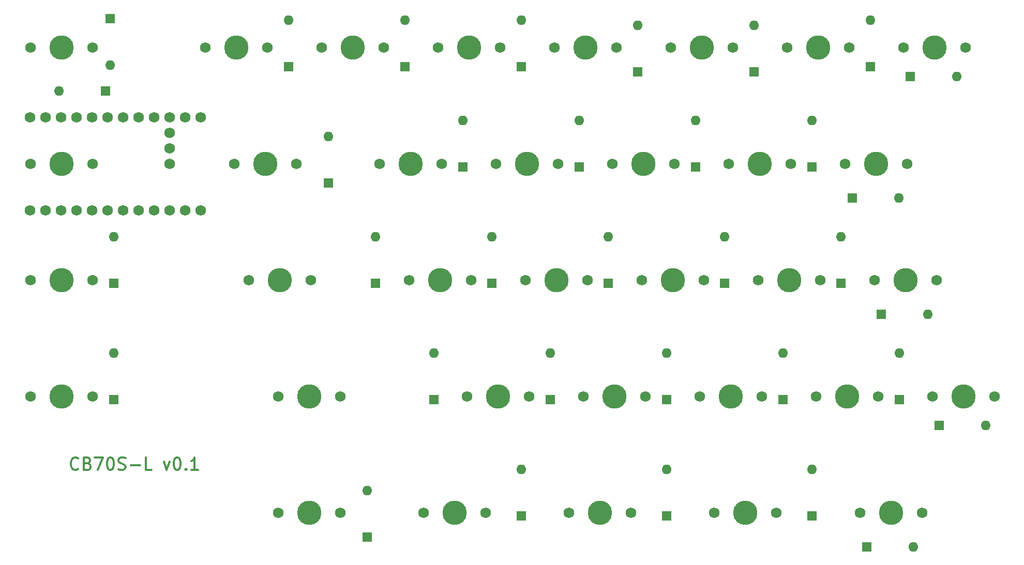
<source format=gbr>
G04 #@! TF.GenerationSoftware,KiCad,Pcbnew,(5.1.4-0)*
G04 #@! TF.CreationDate,2022-08-11T17:02:43-05:00*
G04 #@! TF.ProjectId,keyboard,6b657962-6f61-4726-942e-6b696361645f,rev?*
G04 #@! TF.SameCoordinates,Original*
G04 #@! TF.FileFunction,Soldermask,Top*
G04 #@! TF.FilePolarity,Negative*
%FSLAX46Y46*%
G04 Gerber Fmt 4.6, Leading zero omitted, Abs format (unit mm)*
G04 Created by KiCad (PCBNEW (5.1.4-0)) date 2022-08-11 17:02:43*
%MOMM*%
%LPD*%
G04 APERTURE LIST*
%ADD10C,0.300000*%
%ADD11C,3.987800*%
%ADD12C,1.750000*%
%ADD13C,1.752600*%
%ADD14O,1.600000X1.600000*%
%ADD15R,1.600000X1.600000*%
G04 APERTURE END LIST*
D10*
X12240773Y-78501785D02*
X12145535Y-78597023D01*
X11859821Y-78692261D01*
X11669345Y-78692261D01*
X11383630Y-78597023D01*
X11193154Y-78406547D01*
X11097916Y-78216071D01*
X11002678Y-77835119D01*
X11002678Y-77549404D01*
X11097916Y-77168452D01*
X11193154Y-76977976D01*
X11383630Y-76787500D01*
X11669345Y-76692261D01*
X11859821Y-76692261D01*
X12145535Y-76787500D01*
X12240773Y-76882738D01*
X13764583Y-77644642D02*
X14050297Y-77739880D01*
X14145535Y-77835119D01*
X14240773Y-78025595D01*
X14240773Y-78311309D01*
X14145535Y-78501785D01*
X14050297Y-78597023D01*
X13859821Y-78692261D01*
X13097916Y-78692261D01*
X13097916Y-76692261D01*
X13764583Y-76692261D01*
X13955059Y-76787500D01*
X14050297Y-76882738D01*
X14145535Y-77073214D01*
X14145535Y-77263690D01*
X14050297Y-77454166D01*
X13955059Y-77549404D01*
X13764583Y-77644642D01*
X13097916Y-77644642D01*
X14907440Y-76692261D02*
X16240773Y-76692261D01*
X15383630Y-78692261D01*
X17383630Y-76692261D02*
X17574107Y-76692261D01*
X17764583Y-76787500D01*
X17859821Y-76882738D01*
X17955059Y-77073214D01*
X18050297Y-77454166D01*
X18050297Y-77930357D01*
X17955059Y-78311309D01*
X17859821Y-78501785D01*
X17764583Y-78597023D01*
X17574107Y-78692261D01*
X17383630Y-78692261D01*
X17193154Y-78597023D01*
X17097916Y-78501785D01*
X17002678Y-78311309D01*
X16907440Y-77930357D01*
X16907440Y-77454166D01*
X17002678Y-77073214D01*
X17097916Y-76882738D01*
X17193154Y-76787500D01*
X17383630Y-76692261D01*
X18812202Y-78597023D02*
X19097916Y-78692261D01*
X19574107Y-78692261D01*
X19764583Y-78597023D01*
X19859821Y-78501785D01*
X19955059Y-78311309D01*
X19955059Y-78120833D01*
X19859821Y-77930357D01*
X19764583Y-77835119D01*
X19574107Y-77739880D01*
X19193154Y-77644642D01*
X19002678Y-77549404D01*
X18907440Y-77454166D01*
X18812202Y-77263690D01*
X18812202Y-77073214D01*
X18907440Y-76882738D01*
X19002678Y-76787500D01*
X19193154Y-76692261D01*
X19669345Y-76692261D01*
X19955059Y-76787500D01*
X20812202Y-77930357D02*
X22336011Y-77930357D01*
X24240773Y-78692261D02*
X23288392Y-78692261D01*
X23288392Y-76692261D01*
X26240773Y-77358928D02*
X26716964Y-78692261D01*
X27193154Y-77358928D01*
X28336011Y-76692261D02*
X28526488Y-76692261D01*
X28716964Y-76787500D01*
X28812202Y-76882738D01*
X28907440Y-77073214D01*
X29002678Y-77454166D01*
X29002678Y-77930357D01*
X28907440Y-78311309D01*
X28812202Y-78501785D01*
X28716964Y-78597023D01*
X28526488Y-78692261D01*
X28336011Y-78692261D01*
X28145535Y-78597023D01*
X28050297Y-78501785D01*
X27955059Y-78311309D01*
X27859821Y-77930357D01*
X27859821Y-77454166D01*
X27955059Y-77073214D01*
X28050297Y-76882738D01*
X28145535Y-76787500D01*
X28336011Y-76692261D01*
X29859821Y-78501785D02*
X29955059Y-78597023D01*
X29859821Y-78692261D01*
X29764583Y-78597023D01*
X29859821Y-78501785D01*
X29859821Y-78692261D01*
X31859821Y-78692261D02*
X30716964Y-78692261D01*
X31288392Y-78692261D02*
X31288392Y-76692261D01*
X31097916Y-76977976D01*
X30907440Y-77168452D01*
X30716964Y-77263690D01*
D11*
X50006250Y-66675000D03*
D12*
X44926250Y-66675000D03*
X55086250Y-66675000D03*
D11*
X45243750Y-47625000D03*
D12*
X40163750Y-47625000D03*
X50323750Y-47625000D03*
D11*
X9525000Y-9525000D03*
D12*
X4445000Y-9525000D03*
X14605000Y-9525000D03*
D13*
X4286250Y-20955000D03*
X6826250Y-20955000D03*
X9366250Y-20955000D03*
X11906250Y-20955000D03*
X14446250Y-20955000D03*
X16986250Y-20955000D03*
X19526250Y-20955000D03*
X22066250Y-20955000D03*
X24606250Y-20955000D03*
X27146250Y-20955000D03*
X29686250Y-20955000D03*
X32226250Y-36195000D03*
X29686250Y-36195000D03*
X27146250Y-36195000D03*
X24606250Y-36195000D03*
X22066250Y-36195000D03*
X19526250Y-36195000D03*
X16986250Y-36195000D03*
X14446250Y-36195000D03*
X11906250Y-36195000D03*
X9366250Y-36195000D03*
X6826250Y-36195000D03*
X32226250Y-20955000D03*
X4286250Y-36195000D03*
X27146250Y-23495000D03*
X27146250Y-26035000D03*
X27146250Y-28575000D03*
D11*
X145256250Y-85725000D03*
D12*
X140176250Y-85725000D03*
X150336250Y-85725000D03*
D11*
X121443750Y-85725000D03*
D12*
X116363750Y-85725000D03*
X126523750Y-85725000D03*
D11*
X97631250Y-85725000D03*
D12*
X92551250Y-85725000D03*
X102711250Y-85725000D03*
D11*
X73818750Y-85725000D03*
D12*
X68738750Y-85725000D03*
X78898750Y-85725000D03*
D11*
X50006250Y-85725000D03*
D12*
X44926250Y-85725000D03*
X55086250Y-85725000D03*
D11*
X157162500Y-66675000D03*
D12*
X152082500Y-66675000D03*
X162242500Y-66675000D03*
D11*
X138112500Y-66675000D03*
D12*
X133032500Y-66675000D03*
X143192500Y-66675000D03*
D11*
X119062500Y-66675000D03*
D12*
X113982500Y-66675000D03*
X124142500Y-66675000D03*
D11*
X100012500Y-66675000D03*
D12*
X94932500Y-66675000D03*
X105092500Y-66675000D03*
D11*
X80962500Y-66675000D03*
D12*
X75882500Y-66675000D03*
X86042500Y-66675000D03*
D11*
X9525000Y-66675000D03*
D12*
X4445000Y-66675000D03*
X14605000Y-66675000D03*
D11*
X147637500Y-47625000D03*
D12*
X142557500Y-47625000D03*
X152717500Y-47625000D03*
D11*
X128587500Y-47625000D03*
D12*
X123507500Y-47625000D03*
X133667500Y-47625000D03*
D11*
X109537500Y-47625000D03*
D12*
X104457500Y-47625000D03*
X114617500Y-47625000D03*
D11*
X90487500Y-47625000D03*
D12*
X85407500Y-47625000D03*
X95567500Y-47625000D03*
D11*
X71437500Y-47625000D03*
D12*
X66357500Y-47625000D03*
X76517500Y-47625000D03*
D11*
X9525000Y-47625000D03*
D12*
X4445000Y-47625000D03*
X14605000Y-47625000D03*
D11*
X142875000Y-28575000D03*
D12*
X137795000Y-28575000D03*
X147955000Y-28575000D03*
D11*
X123825000Y-28575000D03*
D12*
X118745000Y-28575000D03*
X128905000Y-28575000D03*
D11*
X104775000Y-28575000D03*
D12*
X99695000Y-28575000D03*
X109855000Y-28575000D03*
D11*
X85725000Y-28575000D03*
D12*
X80645000Y-28575000D03*
X90805000Y-28575000D03*
D11*
X66675000Y-28575000D03*
D12*
X61595000Y-28575000D03*
X71755000Y-28575000D03*
D11*
X42862500Y-28575000D03*
D12*
X37782500Y-28575000D03*
X47942500Y-28575000D03*
D11*
X9525000Y-28575000D03*
D12*
X4445000Y-28575000D03*
X14605000Y-28575000D03*
D11*
X152400000Y-9525000D03*
D12*
X147320000Y-9525000D03*
X157480000Y-9525000D03*
D11*
X133350000Y-9525000D03*
D12*
X128270000Y-9525000D03*
X138430000Y-9525000D03*
D11*
X114300000Y-9525000D03*
D12*
X109220000Y-9525000D03*
X119380000Y-9525000D03*
D11*
X95250000Y-9525000D03*
D12*
X90170000Y-9525000D03*
X100330000Y-9525000D03*
D11*
X76200000Y-9525000D03*
D12*
X71120000Y-9525000D03*
X81280000Y-9525000D03*
D11*
X57150000Y-9525000D03*
D12*
X52070000Y-9525000D03*
X62230000Y-9525000D03*
D11*
X38100000Y-9525000D03*
D12*
X33020000Y-9525000D03*
X43180000Y-9525000D03*
D14*
X148907500Y-91281250D03*
D15*
X141287500Y-91281250D03*
D14*
X132350000Y-78605000D03*
D15*
X132350000Y-86225000D03*
D14*
X108537500Y-78605000D03*
D15*
X108537500Y-86225000D03*
D14*
X84725000Y-78605000D03*
D15*
X84725000Y-86225000D03*
D14*
X59531250Y-82073750D03*
D15*
X59531250Y-89693750D03*
D14*
X160813750Y-71437500D03*
D15*
X153193750Y-71437500D03*
D14*
X146637500Y-59555000D03*
D15*
X146637500Y-67175000D03*
D14*
X127587500Y-59555000D03*
D15*
X127587500Y-67175000D03*
D14*
X108537500Y-59555000D03*
D15*
X108537500Y-67175000D03*
D14*
X89487500Y-59555000D03*
D15*
X89487500Y-67175000D03*
D14*
X70437500Y-59555000D03*
D15*
X70437500Y-67175000D03*
D14*
X18050000Y-59555000D03*
D15*
X18050000Y-67175000D03*
D14*
X151288750Y-53181250D03*
D15*
X143668750Y-53181250D03*
D14*
X137112500Y-40505000D03*
D15*
X137112500Y-48125000D03*
D14*
X118062500Y-40505000D03*
D15*
X118062500Y-48125000D03*
D14*
X99012500Y-40505000D03*
D15*
X99012500Y-48125000D03*
D14*
X79962500Y-40505000D03*
D15*
X79962500Y-48125000D03*
D14*
X60912500Y-40505000D03*
D15*
X60912500Y-48125000D03*
D14*
X18050000Y-40505000D03*
D15*
X18050000Y-48125000D03*
D14*
X146526250Y-34131250D03*
D15*
X138906250Y-34131250D03*
D14*
X132350000Y-21455000D03*
D15*
X132350000Y-29075000D03*
D14*
X113300000Y-21455000D03*
D15*
X113300000Y-29075000D03*
D14*
X94250000Y-21455000D03*
D15*
X94250000Y-29075000D03*
D14*
X75200000Y-21455000D03*
D15*
X75200000Y-29075000D03*
D14*
X53181250Y-24130000D03*
D15*
X53181250Y-31750000D03*
D14*
X9048750Y-16668750D03*
D15*
X16668750Y-16668750D03*
D14*
X156051250Y-14287500D03*
D15*
X148431250Y-14287500D03*
D14*
X141875000Y-5080000D03*
D15*
X141875000Y-12700000D03*
D14*
X122825000Y-5873750D03*
D15*
X122825000Y-13493750D03*
D14*
X103775000Y-5873750D03*
D15*
X103775000Y-13493750D03*
D14*
X84725000Y-5080000D03*
D15*
X84725000Y-12700000D03*
D14*
X65675000Y-5080000D03*
D15*
X65675000Y-12700000D03*
D14*
X46625000Y-5080000D03*
D15*
X46625000Y-12700000D03*
D14*
X17462500Y-12382500D03*
D15*
X17462500Y-4762500D03*
M02*

</source>
